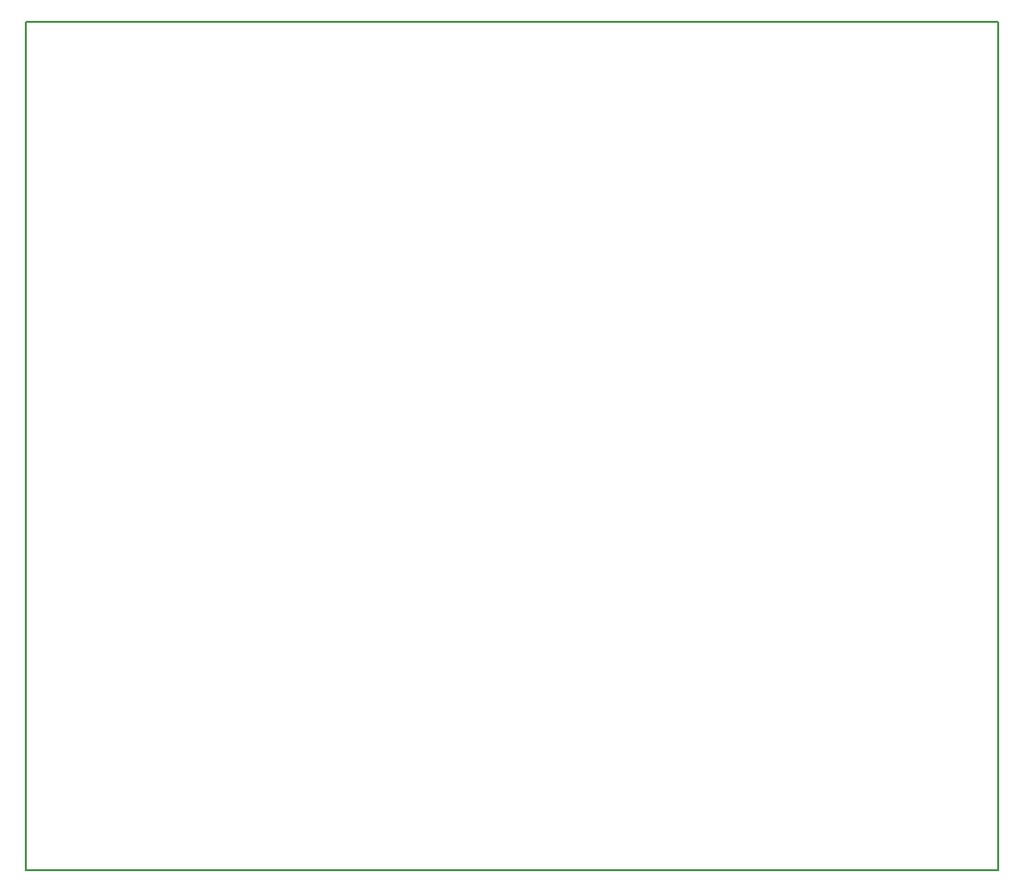
<source format=gbr>
%TF.GenerationSoftware,KiCad,Pcbnew,7.0.10-7.0.10~ubuntu22.04.1*%
%TF.CreationDate,2024-07-15T15:34:11-04:00*%
%TF.ProjectId,IcePSMNR55,49636550-534d-44e5-9235-352e6b696361,rev?*%
%TF.SameCoordinates,Original*%
%TF.FileFunction,Profile,NP*%
%FSLAX46Y46*%
G04 Gerber Fmt 4.6, Leading zero omitted, Abs format (unit mm)*
G04 Created by KiCad (PCBNEW 7.0.10-7.0.10~ubuntu22.04.1) date 2024-07-15 15:34:11*
%MOMM*%
%LPD*%
G01*
G04 APERTURE LIST*
%TA.AperFunction,Profile*%
%ADD10C,0.200000*%
%TD*%
G04 APERTURE END LIST*
D10*
X35433000Y-34290000D02*
X118364000Y-34290000D01*
X118364000Y-106680000D01*
X35433000Y-106680000D01*
X35433000Y-34290000D01*
M02*

</source>
